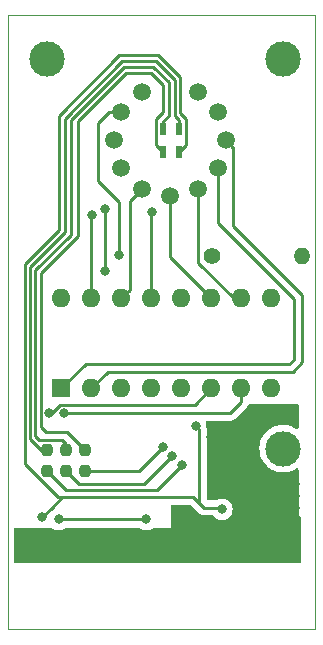
<source format=gtl>
G04 #@! TF.GenerationSoftware,KiCad,Pcbnew,(6.0.0)*
G04 #@! TF.CreationDate,2022-01-19T21:14:50+07:00*
G04 #@! TF.ProjectId,NixieClock,4e697869-6543-46c6-9f63-6b2e6b696361,rev?*
G04 #@! TF.SameCoordinates,Original*
G04 #@! TF.FileFunction,Copper,L1,Top*
G04 #@! TF.FilePolarity,Positive*
%FSLAX46Y46*%
G04 Gerber Fmt 4.6, Leading zero omitted, Abs format (unit mm)*
G04 Created by KiCad (PCBNEW (6.0.0)) date 2022-01-19 21:14:50*
%MOMM*%
%LPD*%
G01*
G04 APERTURE LIST*
G04 Aperture macros list*
%AMRoundRect*
0 Rectangle with rounded corners*
0 $1 Rounding radius*
0 $2 $3 $4 $5 $6 $7 $8 $9 X,Y pos of 4 corners*
0 Add a 4 corners polygon primitive as box body*
4,1,4,$2,$3,$4,$5,$6,$7,$8,$9,$2,$3,0*
0 Add four circle primitives for the rounded corners*
1,1,$1+$1,$2,$3*
1,1,$1+$1,$4,$5*
1,1,$1+$1,$6,$7*
1,1,$1+$1,$8,$9*
0 Add four rect primitives between the rounded corners*
20,1,$1+$1,$2,$3,$4,$5,0*
20,1,$1+$1,$4,$5,$6,$7,0*
20,1,$1+$1,$6,$7,$8,$9,0*
20,1,$1+$1,$8,$9,$2,$3,0*%
G04 Aperture macros list end*
G04 #@! TA.AperFunction,Profile*
%ADD10C,0.050000*%
G04 #@! TD*
G04 #@! TA.AperFunction,ComponentPad*
%ADD11C,1.500000*%
G04 #@! TD*
G04 #@! TA.AperFunction,ComponentPad*
%ADD12R,1.600000X1.600000*%
G04 #@! TD*
G04 #@! TA.AperFunction,ComponentPad*
%ADD13O,1.600000X1.600000*%
G04 #@! TD*
G04 #@! TA.AperFunction,SMDPad,CuDef*
%ADD14RoundRect,0.237500X-0.237500X0.250000X-0.237500X-0.250000X0.237500X-0.250000X0.237500X0.250000X0*%
G04 #@! TD*
G04 #@! TA.AperFunction,SMDPad,CuDef*
%ADD15R,0.600000X1.000000*%
G04 #@! TD*
G04 #@! TA.AperFunction,ComponentPad*
%ADD16C,1.400000*%
G04 #@! TD*
G04 #@! TA.AperFunction,ComponentPad*
%ADD17O,1.400000X1.400000*%
G04 #@! TD*
G04 #@! TA.AperFunction,ViaPad*
%ADD18C,3.000000*%
G04 #@! TD*
G04 #@! TA.AperFunction,ViaPad*
%ADD19C,0.800000*%
G04 #@! TD*
G04 #@! TA.AperFunction,Conductor*
%ADD20C,0.250000*%
G04 #@! TD*
G04 APERTURE END LIST*
D10*
X45700000Y-80300000D02*
X19700000Y-80300000D01*
X19700000Y-80300000D02*
X19700000Y-28300000D01*
X19700000Y-28300000D02*
X45700000Y-28300000D01*
X45700000Y-28300000D02*
X45700000Y-80300000D01*
D11*
X31025000Y-34786000D03*
X29286190Y-36524671D03*
X28649671Y-38899810D03*
X29286000Y-41275000D03*
X31024671Y-43013810D03*
X33399810Y-43650329D03*
X35775000Y-43014000D03*
X37513810Y-41275329D03*
X38150329Y-38900190D03*
X37514000Y-36525000D03*
X35775329Y-34786190D03*
D12*
X24225000Y-59900000D03*
D13*
X26765000Y-59900000D03*
X29305000Y-59900000D03*
X31845000Y-59900000D03*
X34385000Y-59900000D03*
X36925000Y-59900000D03*
X39465000Y-59900000D03*
X42005000Y-59900000D03*
X42005000Y-52280000D03*
X39465000Y-52280000D03*
X36925000Y-52280000D03*
X34385000Y-52280000D03*
X31845000Y-52280000D03*
X29305000Y-52280000D03*
X26765000Y-52280000D03*
X24225000Y-52280000D03*
D14*
X26200000Y-65087500D03*
X26200000Y-66912500D03*
X24600000Y-65075000D03*
X24600000Y-66900000D03*
X23000000Y-65075000D03*
X23000000Y-66900000D03*
D15*
X34150000Y-37900000D03*
X32850000Y-37900000D03*
X32850000Y-39900000D03*
X34150000Y-39900000D03*
D16*
X36990000Y-48700000D03*
D17*
X44610000Y-48700000D03*
D18*
X43000000Y-32000000D03*
X43000000Y-65000000D03*
X23000000Y-32000000D03*
D19*
X31900000Y-45000000D03*
X27900000Y-50000000D03*
X27899671Y-44699671D03*
X29100000Y-48600000D03*
X26800000Y-45200000D03*
X24400000Y-62000000D03*
X23185833Y-61952211D03*
X37812389Y-70141513D03*
X35600000Y-63100000D03*
X22600000Y-70800000D03*
X31400000Y-71000000D03*
X24000000Y-71000000D03*
X22200000Y-72900000D03*
X35000000Y-70200000D03*
X36900000Y-63100000D03*
X22200000Y-73900000D03*
X44000000Y-69000000D03*
X43000000Y-71000000D03*
X43000000Y-68000000D03*
X21200000Y-72900000D03*
X43000000Y-70000000D03*
X44000000Y-68000000D03*
X36900000Y-64000000D03*
X21200000Y-73900000D03*
X37800000Y-63100000D03*
X44000000Y-70000000D03*
X35000000Y-71300000D03*
X43000000Y-69000000D03*
X44000000Y-71000000D03*
X34400000Y-66400000D03*
X33600000Y-65600000D03*
X32845090Y-64872300D03*
D20*
X38788321Y-39538182D02*
X38150329Y-38900190D01*
X44600000Y-57700000D02*
X44600000Y-52000000D01*
X44600000Y-52000000D02*
X38788321Y-46188321D01*
X43800000Y-58500000D02*
X44600000Y-57700000D01*
X28165000Y-58500000D02*
X43800000Y-58500000D01*
X26765000Y-59900000D02*
X28165000Y-58500000D01*
X38788321Y-46188321D02*
X38788321Y-39538182D01*
X43900000Y-57481452D02*
X43900000Y-52301857D01*
X43530963Y-57850489D02*
X43900000Y-57481452D01*
X37513810Y-45915667D02*
X37513810Y-41275329D01*
X24225000Y-59900000D02*
X26274511Y-57850489D01*
X26274511Y-57850489D02*
X43530963Y-57850489D01*
X43900000Y-52301857D02*
X37513810Y-45915667D01*
X38798143Y-52280000D02*
X39465000Y-52280000D01*
X35775000Y-49256857D02*
X38798143Y-52280000D01*
X35775000Y-43014000D02*
X35775000Y-49256857D01*
X33399810Y-43650329D02*
X33399810Y-48754810D01*
X33399810Y-48754810D02*
X36925000Y-52280000D01*
X31024671Y-43013810D02*
X30024501Y-44013980D01*
X30024501Y-44013980D02*
X30024501Y-51560499D01*
X30024501Y-51560499D02*
X29305000Y-52280000D01*
X31900000Y-45000000D02*
X31845000Y-45055000D01*
X31845000Y-45055000D02*
X31845000Y-52280000D01*
X27899671Y-47992886D02*
X27899671Y-44699671D01*
X27900000Y-50000000D02*
X27899671Y-47992886D01*
X28225530Y-36524671D02*
X27300000Y-37450201D01*
X29100000Y-44100000D02*
X27300000Y-42300000D01*
X29100000Y-48600000D02*
X29100000Y-44100000D01*
X29286190Y-36524671D02*
X28225530Y-36524671D01*
X27300000Y-37450201D02*
X27300000Y-42300000D01*
X26765000Y-45235000D02*
X26800000Y-45200000D01*
X26765000Y-45335000D02*
X26765000Y-45235000D01*
X26765000Y-52280000D02*
X26765000Y-45335000D01*
X39465000Y-61035000D02*
X39465000Y-59900000D01*
X38500000Y-62000000D02*
X39465000Y-61035000D01*
X24400000Y-62000000D02*
X38500000Y-62000000D01*
X24098575Y-61272299D02*
X23418663Y-61952211D01*
X36925000Y-59900000D02*
X35552701Y-61272299D01*
X35552701Y-61272299D02*
X24098575Y-61272299D01*
X23418663Y-61952211D02*
X23185833Y-61952211D01*
X22458133Y-63158133D02*
X22900000Y-63600000D01*
X32800000Y-34200000D02*
X31800000Y-33200000D01*
X31800000Y-33200000D02*
X29700000Y-33200000D01*
X32222289Y-39272289D02*
X32222289Y-37072289D01*
X32850000Y-39900000D02*
X32222289Y-39272289D01*
X29700000Y-33200000D02*
X25600000Y-37300000D01*
X22458133Y-50141867D02*
X22458133Y-63158133D01*
X24712500Y-63600000D02*
X26200000Y-65087500D01*
X25600000Y-37300000D02*
X25600000Y-47000000D01*
X32800000Y-36494578D02*
X32800000Y-34200000D01*
X25600000Y-47000000D02*
X22458133Y-50141867D01*
X22900000Y-63600000D02*
X24712500Y-63600000D01*
X32222289Y-37072289D02*
X32800000Y-36494578D01*
X34252711Y-33552711D02*
X32400000Y-31700000D01*
X34777711Y-39272289D02*
X34777711Y-37072289D01*
X29094578Y-31700000D02*
X23997289Y-36797289D01*
X34150000Y-39900000D02*
X34777711Y-39272289D01*
X35400000Y-69100000D02*
X24300000Y-69100000D01*
X32400000Y-31700000D02*
X29094578Y-31700000D01*
X34777711Y-37072289D02*
X34252711Y-36547289D01*
X37812389Y-70141513D02*
X37670876Y-70000000D01*
X21100000Y-49400000D02*
X21100000Y-66286841D01*
X37670876Y-70000000D02*
X36300000Y-70000000D01*
X35900000Y-69600000D02*
X36300000Y-70000000D01*
X21100000Y-66286841D02*
X23913159Y-69100000D01*
X24000000Y-36800000D02*
X24000000Y-46500000D01*
X23913159Y-69100000D02*
X24300000Y-69100000D01*
X34252711Y-36547289D02*
X34252711Y-33552711D01*
X24000000Y-46500000D02*
X21100000Y-49400000D01*
X36300000Y-70000000D02*
X35400000Y-69100000D01*
X23997289Y-36797289D02*
X24000000Y-36800000D01*
X24300000Y-69100000D02*
X23400000Y-70000000D01*
X35600000Y-63100000D02*
X35900000Y-63400000D01*
X35900000Y-63400000D02*
X35900000Y-69600000D01*
X23400000Y-70000000D02*
X22600000Y-70800000D01*
X25000000Y-46900000D02*
X25000000Y-37200000D01*
X32850000Y-37250000D02*
X32850000Y-37900000D01*
X32000000Y-32700000D02*
X33300000Y-34000000D01*
X24259780Y-64259780D02*
X22359780Y-64259780D01*
X25000000Y-37200000D02*
X29500000Y-32700000D01*
X22359780Y-64259780D02*
X22005422Y-63905422D01*
X24600000Y-64600000D02*
X24259780Y-64259780D01*
X24600000Y-65075000D02*
X24600000Y-64600000D01*
X33300000Y-34000000D02*
X33300000Y-36800000D01*
X29500000Y-32700000D02*
X32000000Y-32700000D01*
X22005422Y-49894578D02*
X25000000Y-46900000D01*
X22005422Y-63905422D02*
X22005422Y-49894578D01*
X33300000Y-36800000D02*
X32850000Y-37250000D01*
X33800000Y-36800000D02*
X34150000Y-37150000D01*
X21552711Y-49647289D02*
X24500000Y-46700000D01*
X34150000Y-37150000D02*
X34150000Y-37900000D01*
X22475000Y-65075000D02*
X21552711Y-64152711D01*
X33800000Y-33800000D02*
X33800000Y-36800000D01*
X29350000Y-32200000D02*
X32200000Y-32200000D01*
X23000000Y-65075000D02*
X22475000Y-65075000D01*
X24500000Y-46700000D02*
X24500000Y-37050000D01*
X24500000Y-37050000D02*
X29350000Y-32200000D01*
X21552711Y-64152711D02*
X21552711Y-49647289D01*
X32200000Y-32200000D02*
X33800000Y-33800000D01*
X24000000Y-71000000D02*
X31400000Y-71000000D01*
X32300000Y-68500000D02*
X34400000Y-66400000D01*
X24600000Y-68500000D02*
X32300000Y-68500000D01*
X23000000Y-66900000D02*
X24600000Y-68500000D01*
X24600000Y-66900000D02*
X25700000Y-68000000D01*
X31200000Y-68000000D02*
X33600000Y-65600000D01*
X25700000Y-68000000D02*
X31200000Y-68000000D01*
X30804890Y-66912500D02*
X32845090Y-64872300D01*
X26200000Y-66912500D02*
X30804890Y-66912500D01*
G04 #@! TA.AperFunction,Conductor*
G36*
X37196714Y-70815468D02*
G01*
X37201136Y-70820379D01*
X37355637Y-70932631D01*
X37361665Y-70935315D01*
X37361667Y-70935316D01*
X37506951Y-71000000D01*
X37530101Y-71010307D01*
X37623502Y-71030160D01*
X37710445Y-71048641D01*
X37710450Y-71048641D01*
X37716902Y-71050013D01*
X37907876Y-71050013D01*
X37914328Y-71048641D01*
X37914333Y-71048641D01*
X38001276Y-71030160D01*
X38094677Y-71010307D01*
X38117827Y-71000000D01*
X38263111Y-70935316D01*
X38263113Y-70935315D01*
X38269141Y-70932631D01*
X38423642Y-70820379D01*
X38428064Y-70815468D01*
X38532032Y-70700000D01*
X44374000Y-70700000D01*
X44442121Y-70720002D01*
X44488614Y-70773658D01*
X44500000Y-70826000D01*
X44500000Y-74574000D01*
X44479998Y-74642121D01*
X44426342Y-74688614D01*
X44374000Y-74700000D01*
X20334000Y-74700000D01*
X20265879Y-74679998D01*
X20219386Y-74626342D01*
X20208000Y-74574000D01*
X20208000Y-71826000D01*
X20228002Y-71757879D01*
X20281658Y-71711386D01*
X20334000Y-71700000D01*
X22451279Y-71700000D01*
X22477476Y-71702754D01*
X22498047Y-71707127D01*
X22498060Y-71707128D01*
X22504513Y-71708500D01*
X22695487Y-71708500D01*
X22701940Y-71707128D01*
X22701953Y-71707127D01*
X22722524Y-71702754D01*
X22748721Y-71700000D01*
X23376895Y-71700000D01*
X23450956Y-71724064D01*
X23537906Y-71787237D01*
X23543248Y-71791118D01*
X23549276Y-71793802D01*
X23549278Y-71793803D01*
X23711681Y-71866109D01*
X23717712Y-71868794D01*
X23811112Y-71888647D01*
X23898056Y-71907128D01*
X23898061Y-71907128D01*
X23904513Y-71908500D01*
X24095487Y-71908500D01*
X24101939Y-71907128D01*
X24101944Y-71907128D01*
X24188888Y-71888647D01*
X24282288Y-71868794D01*
X24288319Y-71866109D01*
X24450722Y-71793803D01*
X24450724Y-71793802D01*
X24456752Y-71791118D01*
X24462094Y-71787237D01*
X24549044Y-71724064D01*
X24623105Y-71700000D01*
X30776895Y-71700000D01*
X30850956Y-71724064D01*
X30937906Y-71787237D01*
X30943248Y-71791118D01*
X30949276Y-71793802D01*
X30949278Y-71793803D01*
X31111681Y-71866109D01*
X31117712Y-71868794D01*
X31211112Y-71888647D01*
X31298056Y-71907128D01*
X31298061Y-71907128D01*
X31304513Y-71908500D01*
X31495487Y-71908500D01*
X31501939Y-71907128D01*
X31501944Y-71907128D01*
X31588888Y-71888647D01*
X31682288Y-71868794D01*
X31688319Y-71866109D01*
X31850722Y-71793803D01*
X31850724Y-71793802D01*
X31856752Y-71791118D01*
X31862094Y-71787237D01*
X31949044Y-71724064D01*
X32023105Y-71700000D01*
X33500000Y-71700000D01*
X33500000Y-70700000D01*
X37092746Y-70700000D01*
X37196714Y-70815468D01*
G37*
G04 #@! TD.AperFunction*
G04 #@! TA.AperFunction,Conductor*
G36*
X41856192Y-61200479D02*
G01*
X42005000Y-61213498D01*
X42153808Y-61200479D01*
X42164790Y-61200000D01*
X44174000Y-61200000D01*
X44242121Y-61220002D01*
X44288614Y-61273658D01*
X44300000Y-61326000D01*
X44300000Y-63215990D01*
X44279998Y-63284111D01*
X44226342Y-63330604D01*
X44156068Y-63340708D01*
X44108165Y-63323423D01*
X43936366Y-63218145D01*
X43936365Y-63218145D01*
X43932704Y-63215901D01*
X43928768Y-63214173D01*
X43685873Y-63107549D01*
X43685869Y-63107548D01*
X43681945Y-63105825D01*
X43418566Y-63030800D01*
X43414324Y-63030196D01*
X43414318Y-63030195D01*
X43213834Y-63001662D01*
X43147443Y-62992213D01*
X43003589Y-62991460D01*
X42877877Y-62990802D01*
X42877871Y-62990802D01*
X42873591Y-62990780D01*
X42869347Y-62991339D01*
X42869343Y-62991339D01*
X42750302Y-63007011D01*
X42602078Y-63026525D01*
X42597938Y-63027658D01*
X42597936Y-63027658D01*
X42525008Y-63047609D01*
X42337928Y-63098788D01*
X42333980Y-63100472D01*
X42089982Y-63204546D01*
X42089978Y-63204548D01*
X42086030Y-63206232D01*
X42014453Y-63249070D01*
X41854725Y-63344664D01*
X41854721Y-63344667D01*
X41851043Y-63346868D01*
X41637318Y-63518094D01*
X41448808Y-63716742D01*
X41289002Y-63939136D01*
X41160857Y-64181161D01*
X41159385Y-64185184D01*
X41159383Y-64185188D01*
X41068214Y-64434317D01*
X41066743Y-64438337D01*
X41008404Y-64705907D01*
X40986917Y-64978918D01*
X41002682Y-65252320D01*
X41003507Y-65256525D01*
X41003508Y-65256533D01*
X41014966Y-65314933D01*
X41055405Y-65521053D01*
X41056792Y-65525103D01*
X41056793Y-65525108D01*
X41137449Y-65760684D01*
X41144112Y-65780144D01*
X41267160Y-66024799D01*
X41269586Y-66028328D01*
X41269589Y-66028334D01*
X41269665Y-66028444D01*
X41422274Y-66250490D01*
X41606582Y-66453043D01*
X41816675Y-66628707D01*
X41820316Y-66630991D01*
X42045024Y-66771951D01*
X42045028Y-66771953D01*
X42048664Y-66774234D01*
X42116544Y-66804883D01*
X42294345Y-66885164D01*
X42294349Y-66885166D01*
X42298257Y-66886930D01*
X42302377Y-66888150D01*
X42302376Y-66888150D01*
X42556723Y-66963491D01*
X42556727Y-66963492D01*
X42560836Y-66964709D01*
X42565070Y-66965357D01*
X42565075Y-66965358D01*
X42827298Y-67005483D01*
X42827300Y-67005483D01*
X42831540Y-67006132D01*
X42970912Y-67008322D01*
X43101071Y-67010367D01*
X43101077Y-67010367D01*
X43105362Y-67010434D01*
X43377235Y-66977534D01*
X43642127Y-66908041D01*
X43646087Y-66906401D01*
X43646092Y-66906399D01*
X43768632Y-66855641D01*
X43895136Y-66803241D01*
X43898835Y-66801079D01*
X43898846Y-66801074D01*
X44110430Y-66677434D01*
X44179336Y-66660335D01*
X44246549Y-66683204D01*
X44290728Y-66738781D01*
X44300000Y-66786222D01*
X44300000Y-71700000D01*
X33500000Y-71700000D01*
X33500000Y-69859500D01*
X33520002Y-69791379D01*
X33573658Y-69744886D01*
X33626000Y-69733500D01*
X35085406Y-69733500D01*
X35153527Y-69753502D01*
X35174501Y-69770405D01*
X35409779Y-70005683D01*
X35422619Y-70020716D01*
X35434528Y-70037107D01*
X35440634Y-70042158D01*
X35468605Y-70065298D01*
X35477384Y-70073288D01*
X35796343Y-70392247D01*
X35803887Y-70400537D01*
X35808000Y-70407018D01*
X35813777Y-70412443D01*
X35857667Y-70453658D01*
X35860509Y-70456413D01*
X35880230Y-70476134D01*
X35883425Y-70478612D01*
X35892447Y-70486318D01*
X35924679Y-70516586D01*
X35931628Y-70520406D01*
X35942432Y-70526346D01*
X35958956Y-70537199D01*
X35974959Y-70549613D01*
X36015543Y-70567176D01*
X36026173Y-70572383D01*
X36064940Y-70593695D01*
X36072617Y-70595666D01*
X36072622Y-70595668D01*
X36084558Y-70598732D01*
X36103266Y-70605137D01*
X36121855Y-70613181D01*
X36129683Y-70614421D01*
X36129690Y-70614423D01*
X36165524Y-70620099D01*
X36177144Y-70622505D01*
X36212289Y-70631528D01*
X36219970Y-70633500D01*
X36240224Y-70633500D01*
X36259934Y-70635051D01*
X36279943Y-70638220D01*
X36287835Y-70637474D01*
X36323961Y-70634059D01*
X36335819Y-70633500D01*
X36977339Y-70633500D01*
X37045460Y-70653502D01*
X37072599Y-70679132D01*
X37073349Y-70678457D01*
X37201136Y-70820379D01*
X37355637Y-70932631D01*
X37361665Y-70935315D01*
X37361667Y-70935316D01*
X37524070Y-71007622D01*
X37530101Y-71010307D01*
X37623502Y-71030160D01*
X37710445Y-71048641D01*
X37710450Y-71048641D01*
X37716902Y-71050013D01*
X37907876Y-71050013D01*
X37914328Y-71048641D01*
X37914333Y-71048641D01*
X38001276Y-71030160D01*
X38094677Y-71010307D01*
X38100708Y-71007622D01*
X38263111Y-70935316D01*
X38263113Y-70935315D01*
X38269141Y-70932631D01*
X38423642Y-70820379D01*
X38551429Y-70678457D01*
X38632985Y-70537199D01*
X38643612Y-70518792D01*
X38643613Y-70518791D01*
X38646916Y-70513069D01*
X38705931Y-70331441D01*
X38725893Y-70141513D01*
X38717883Y-70065298D01*
X38706621Y-69958148D01*
X38706621Y-69958146D01*
X38705931Y-69951585D01*
X38646916Y-69769957D01*
X38625868Y-69733500D01*
X38554730Y-69610287D01*
X38551429Y-69604569D01*
X38423642Y-69462647D01*
X38269141Y-69350395D01*
X38263113Y-69347711D01*
X38263111Y-69347710D01*
X38100708Y-69275404D01*
X38100707Y-69275404D01*
X38094677Y-69272719D01*
X38001276Y-69252866D01*
X37914333Y-69234385D01*
X37914328Y-69234385D01*
X37907876Y-69233013D01*
X37716902Y-69233013D01*
X37710450Y-69234385D01*
X37710445Y-69234385D01*
X37623502Y-69252866D01*
X37530101Y-69272719D01*
X37524071Y-69275404D01*
X37524070Y-69275404D01*
X37361667Y-69347710D01*
X37361665Y-69347711D01*
X37355637Y-69350395D01*
X37355618Y-69350353D01*
X37295361Y-69366500D01*
X36659500Y-69366500D01*
X36591379Y-69346498D01*
X36544886Y-69292842D01*
X36533500Y-69240500D01*
X36533500Y-63478767D01*
X36534027Y-63467584D01*
X36535702Y-63460091D01*
X36533562Y-63392014D01*
X36533500Y-63388055D01*
X36533500Y-63360144D01*
X36532995Y-63356144D01*
X36532062Y-63344301D01*
X36530922Y-63308030D01*
X36530673Y-63300111D01*
X36525021Y-63280657D01*
X36521013Y-63261300D01*
X36519468Y-63249070D01*
X36519468Y-63249069D01*
X36518474Y-63241203D01*
X36515554Y-63233827D01*
X36514212Y-63230436D01*
X36513672Y-63226496D01*
X36513584Y-63226152D01*
X36513624Y-63226142D01*
X36506054Y-63170884D01*
X36512814Y-63106565D01*
X36513504Y-63100000D01*
X36502173Y-62992191D01*
X36494232Y-62916635D01*
X36494232Y-62916633D01*
X36493542Y-62910072D01*
X36457269Y-62798436D01*
X36455241Y-62727469D01*
X36491904Y-62666671D01*
X36555616Y-62635345D01*
X36577102Y-62633500D01*
X38421233Y-62633500D01*
X38432416Y-62634027D01*
X38439909Y-62635702D01*
X38447835Y-62635453D01*
X38447836Y-62635453D01*
X38507986Y-62633562D01*
X38511945Y-62633500D01*
X38539856Y-62633500D01*
X38543791Y-62633003D01*
X38543856Y-62632995D01*
X38555693Y-62632062D01*
X38587951Y-62631048D01*
X38591970Y-62630922D01*
X38599889Y-62630673D01*
X38619343Y-62625021D01*
X38638700Y-62621013D01*
X38650930Y-62619468D01*
X38650931Y-62619468D01*
X38658797Y-62618474D01*
X38666168Y-62615555D01*
X38666170Y-62615555D01*
X38699912Y-62602196D01*
X38711142Y-62598351D01*
X38745983Y-62588229D01*
X38745984Y-62588229D01*
X38753593Y-62586018D01*
X38760412Y-62581985D01*
X38760417Y-62581983D01*
X38771028Y-62575707D01*
X38788776Y-62567012D01*
X38807617Y-62559552D01*
X38843387Y-62533564D01*
X38853307Y-62527048D01*
X38884535Y-62508580D01*
X38884538Y-62508578D01*
X38891362Y-62504542D01*
X38905683Y-62490221D01*
X38920717Y-62477380D01*
X38930694Y-62470131D01*
X38937107Y-62465472D01*
X38942157Y-62459368D01*
X38942162Y-62459363D01*
X38965293Y-62431402D01*
X38973283Y-62422621D01*
X39857258Y-61538647D01*
X39865537Y-61531113D01*
X39872018Y-61527000D01*
X39918644Y-61477348D01*
X39921398Y-61474507D01*
X39941135Y-61454770D01*
X39943615Y-61451573D01*
X39951320Y-61442551D01*
X39976159Y-61416100D01*
X39981586Y-61410321D01*
X39985405Y-61403375D01*
X39985407Y-61403372D01*
X39991348Y-61392566D01*
X40002199Y-61376047D01*
X40009758Y-61366301D01*
X40014614Y-61360041D01*
X40017759Y-61352772D01*
X40017762Y-61352768D01*
X40032174Y-61319463D01*
X40037391Y-61308813D01*
X40058695Y-61270060D01*
X40058695Y-61270059D01*
X40060516Y-61271060D01*
X40097525Y-61223637D01*
X40170995Y-61200000D01*
X41845210Y-61200000D01*
X41856192Y-61200479D01*
G37*
G04 #@! TD.AperFunction*
M02*

</source>
